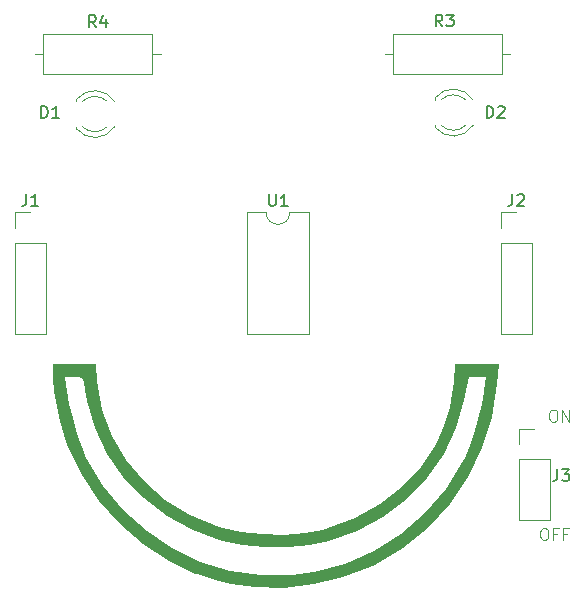
<source format=gbr>
%TF.GenerationSoftware,KiCad,Pcbnew,8.0.8*%
%TF.CreationDate,2025-02-18T10:54:12-06:00*%
%TF.ProjectId,ATTinyFlashLEDs_noSwitch,41545469-6e79-4466-9c61-73684c454473,rev?*%
%TF.SameCoordinates,Original*%
%TF.FileFunction,Legend,Top*%
%TF.FilePolarity,Positive*%
%FSLAX46Y46*%
G04 Gerber Fmt 4.6, Leading zero omitted, Abs format (unit mm)*
G04 Created by KiCad (PCBNEW 8.0.8) date 2025-02-18 10:54:12*
%MOMM*%
%LPD*%
G01*
G04 APERTURE LIST*
%ADD10C,0.100000*%
%ADD11C,0.150000*%
%ADD12C,0.120000*%
%ADD13C,0.000000*%
G04 APERTURE END LIST*
D10*
X141972360Y-111521419D02*
X142162836Y-111521419D01*
X142162836Y-111521419D02*
X142258074Y-111569038D01*
X142258074Y-111569038D02*
X142353312Y-111664276D01*
X142353312Y-111664276D02*
X142400931Y-111854752D01*
X142400931Y-111854752D02*
X142400931Y-112188085D01*
X142400931Y-112188085D02*
X142353312Y-112378561D01*
X142353312Y-112378561D02*
X142258074Y-112473800D01*
X142258074Y-112473800D02*
X142162836Y-112521419D01*
X142162836Y-112521419D02*
X141972360Y-112521419D01*
X141972360Y-112521419D02*
X141877122Y-112473800D01*
X141877122Y-112473800D02*
X141781884Y-112378561D01*
X141781884Y-112378561D02*
X141734265Y-112188085D01*
X141734265Y-112188085D02*
X141734265Y-111854752D01*
X141734265Y-111854752D02*
X141781884Y-111664276D01*
X141781884Y-111664276D02*
X141877122Y-111569038D01*
X141877122Y-111569038D02*
X141972360Y-111521419D01*
X143162836Y-111997609D02*
X142829503Y-111997609D01*
X142829503Y-112521419D02*
X142829503Y-111521419D01*
X142829503Y-111521419D02*
X143305693Y-111521419D01*
X144019979Y-111997609D02*
X143686646Y-111997609D01*
X143686646Y-112521419D02*
X143686646Y-111521419D01*
X143686646Y-111521419D02*
X144162836Y-111521419D01*
X142734360Y-101488419D02*
X142924836Y-101488419D01*
X142924836Y-101488419D02*
X143020074Y-101536038D01*
X143020074Y-101536038D02*
X143115312Y-101631276D01*
X143115312Y-101631276D02*
X143162931Y-101821752D01*
X143162931Y-101821752D02*
X143162931Y-102155085D01*
X143162931Y-102155085D02*
X143115312Y-102345561D01*
X143115312Y-102345561D02*
X143020074Y-102440800D01*
X143020074Y-102440800D02*
X142924836Y-102488419D01*
X142924836Y-102488419D02*
X142734360Y-102488419D01*
X142734360Y-102488419D02*
X142639122Y-102440800D01*
X142639122Y-102440800D02*
X142543884Y-102345561D01*
X142543884Y-102345561D02*
X142496265Y-102155085D01*
X142496265Y-102155085D02*
X142496265Y-101821752D01*
X142496265Y-101821752D02*
X142543884Y-101631276D01*
X142543884Y-101631276D02*
X142639122Y-101536038D01*
X142639122Y-101536038D02*
X142734360Y-101488419D01*
X143591503Y-102488419D02*
X143591503Y-101488419D01*
X143591503Y-101488419D02*
X144162931Y-102488419D01*
X144162931Y-102488419D02*
X144162931Y-101488419D01*
D11*
X118755095Y-83240819D02*
X118755095Y-84050342D01*
X118755095Y-84050342D02*
X118802714Y-84145580D01*
X118802714Y-84145580D02*
X118850333Y-84193200D01*
X118850333Y-84193200D02*
X118945571Y-84240819D01*
X118945571Y-84240819D02*
X119136047Y-84240819D01*
X119136047Y-84240819D02*
X119231285Y-84193200D01*
X119231285Y-84193200D02*
X119278904Y-84145580D01*
X119278904Y-84145580D02*
X119326523Y-84050342D01*
X119326523Y-84050342D02*
X119326523Y-83240819D01*
X120326523Y-84240819D02*
X119755095Y-84240819D01*
X120040809Y-84240819D02*
X120040809Y-83240819D01*
X120040809Y-83240819D02*
X119945571Y-83383676D01*
X119945571Y-83383676D02*
X119850333Y-83478914D01*
X119850333Y-83478914D02*
X119755095Y-83526533D01*
X98218666Y-83230819D02*
X98218666Y-83945104D01*
X98218666Y-83945104D02*
X98171047Y-84087961D01*
X98171047Y-84087961D02*
X98075809Y-84183200D01*
X98075809Y-84183200D02*
X97932952Y-84230819D01*
X97932952Y-84230819D02*
X97837714Y-84230819D01*
X99218666Y-84230819D02*
X98647238Y-84230819D01*
X98932952Y-84230819D02*
X98932952Y-83230819D01*
X98932952Y-83230819D02*
X98837714Y-83373676D01*
X98837714Y-83373676D02*
X98742476Y-83468914D01*
X98742476Y-83468914D02*
X98647238Y-83516533D01*
X104100333Y-69108819D02*
X103767000Y-68632628D01*
X103528905Y-69108819D02*
X103528905Y-68108819D01*
X103528905Y-68108819D02*
X103909857Y-68108819D01*
X103909857Y-68108819D02*
X104005095Y-68156438D01*
X104005095Y-68156438D02*
X104052714Y-68204057D01*
X104052714Y-68204057D02*
X104100333Y-68299295D01*
X104100333Y-68299295D02*
X104100333Y-68442152D01*
X104100333Y-68442152D02*
X104052714Y-68537390D01*
X104052714Y-68537390D02*
X104005095Y-68585009D01*
X104005095Y-68585009D02*
X103909857Y-68632628D01*
X103909857Y-68632628D02*
X103528905Y-68632628D01*
X104957476Y-68442152D02*
X104957476Y-69108819D01*
X104719381Y-68061200D02*
X104481286Y-68775485D01*
X104481286Y-68775485D02*
X105100333Y-68775485D01*
X137183905Y-76781819D02*
X137183905Y-75781819D01*
X137183905Y-75781819D02*
X137422000Y-75781819D01*
X137422000Y-75781819D02*
X137564857Y-75829438D01*
X137564857Y-75829438D02*
X137660095Y-75924676D01*
X137660095Y-75924676D02*
X137707714Y-76019914D01*
X137707714Y-76019914D02*
X137755333Y-76210390D01*
X137755333Y-76210390D02*
X137755333Y-76353247D01*
X137755333Y-76353247D02*
X137707714Y-76543723D01*
X137707714Y-76543723D02*
X137660095Y-76638961D01*
X137660095Y-76638961D02*
X137564857Y-76734200D01*
X137564857Y-76734200D02*
X137422000Y-76781819D01*
X137422000Y-76781819D02*
X137183905Y-76781819D01*
X138136286Y-75877057D02*
X138183905Y-75829438D01*
X138183905Y-75829438D02*
X138279143Y-75781819D01*
X138279143Y-75781819D02*
X138517238Y-75781819D01*
X138517238Y-75781819D02*
X138612476Y-75829438D01*
X138612476Y-75829438D02*
X138660095Y-75877057D01*
X138660095Y-75877057D02*
X138707714Y-75972295D01*
X138707714Y-75972295D02*
X138707714Y-76067533D01*
X138707714Y-76067533D02*
X138660095Y-76210390D01*
X138660095Y-76210390D02*
X138088667Y-76781819D01*
X138088667Y-76781819D02*
X138707714Y-76781819D01*
X143176666Y-106515819D02*
X143176666Y-107230104D01*
X143176666Y-107230104D02*
X143129047Y-107372961D01*
X143129047Y-107372961D02*
X143033809Y-107468200D01*
X143033809Y-107468200D02*
X142890952Y-107515819D01*
X142890952Y-107515819D02*
X142795714Y-107515819D01*
X143557619Y-106515819D02*
X144176666Y-106515819D01*
X144176666Y-106515819D02*
X143843333Y-106896771D01*
X143843333Y-106896771D02*
X143986190Y-106896771D01*
X143986190Y-106896771D02*
X144081428Y-106944390D01*
X144081428Y-106944390D02*
X144129047Y-106992009D01*
X144129047Y-106992009D02*
X144176666Y-107087247D01*
X144176666Y-107087247D02*
X144176666Y-107325342D01*
X144176666Y-107325342D02*
X144129047Y-107420580D01*
X144129047Y-107420580D02*
X144081428Y-107468200D01*
X144081428Y-107468200D02*
X143986190Y-107515819D01*
X143986190Y-107515819D02*
X143700476Y-107515819D01*
X143700476Y-107515819D02*
X143605238Y-107468200D01*
X143605238Y-107468200D02*
X143557619Y-107420580D01*
X99464905Y-76781819D02*
X99464905Y-75781819D01*
X99464905Y-75781819D02*
X99703000Y-75781819D01*
X99703000Y-75781819D02*
X99845857Y-75829438D01*
X99845857Y-75829438D02*
X99941095Y-75924676D01*
X99941095Y-75924676D02*
X99988714Y-76019914D01*
X99988714Y-76019914D02*
X100036333Y-76210390D01*
X100036333Y-76210390D02*
X100036333Y-76353247D01*
X100036333Y-76353247D02*
X99988714Y-76543723D01*
X99988714Y-76543723D02*
X99941095Y-76638961D01*
X99941095Y-76638961D02*
X99845857Y-76734200D01*
X99845857Y-76734200D02*
X99703000Y-76781819D01*
X99703000Y-76781819D02*
X99464905Y-76781819D01*
X100988714Y-76781819D02*
X100417286Y-76781819D01*
X100703000Y-76781819D02*
X100703000Y-75781819D01*
X100703000Y-75781819D02*
X100607762Y-75924676D01*
X100607762Y-75924676D02*
X100512524Y-76019914D01*
X100512524Y-76019914D02*
X100417286Y-76067533D01*
X139366666Y-83240819D02*
X139366666Y-83955104D01*
X139366666Y-83955104D02*
X139319047Y-84097961D01*
X139319047Y-84097961D02*
X139223809Y-84193200D01*
X139223809Y-84193200D02*
X139080952Y-84240819D01*
X139080952Y-84240819D02*
X138985714Y-84240819D01*
X139795238Y-83336057D02*
X139842857Y-83288438D01*
X139842857Y-83288438D02*
X139938095Y-83240819D01*
X139938095Y-83240819D02*
X140176190Y-83240819D01*
X140176190Y-83240819D02*
X140271428Y-83288438D01*
X140271428Y-83288438D02*
X140319047Y-83336057D01*
X140319047Y-83336057D02*
X140366666Y-83431295D01*
X140366666Y-83431295D02*
X140366666Y-83526533D01*
X140366666Y-83526533D02*
X140319047Y-83669390D01*
X140319047Y-83669390D02*
X139747619Y-84240819D01*
X139747619Y-84240819D02*
X140366666Y-84240819D01*
X133437333Y-69034819D02*
X133104000Y-68558628D01*
X132865905Y-69034819D02*
X132865905Y-68034819D01*
X132865905Y-68034819D02*
X133246857Y-68034819D01*
X133246857Y-68034819D02*
X133342095Y-68082438D01*
X133342095Y-68082438D02*
X133389714Y-68130057D01*
X133389714Y-68130057D02*
X133437333Y-68225295D01*
X133437333Y-68225295D02*
X133437333Y-68368152D01*
X133437333Y-68368152D02*
X133389714Y-68463390D01*
X133389714Y-68463390D02*
X133342095Y-68511009D01*
X133342095Y-68511009D02*
X133246857Y-68558628D01*
X133246857Y-68558628D02*
X132865905Y-68558628D01*
X133770667Y-68034819D02*
X134389714Y-68034819D01*
X134389714Y-68034819D02*
X134056381Y-68415771D01*
X134056381Y-68415771D02*
X134199238Y-68415771D01*
X134199238Y-68415771D02*
X134294476Y-68463390D01*
X134294476Y-68463390D02*
X134342095Y-68511009D01*
X134342095Y-68511009D02*
X134389714Y-68606247D01*
X134389714Y-68606247D02*
X134389714Y-68844342D01*
X134389714Y-68844342D02*
X134342095Y-68939580D01*
X134342095Y-68939580D02*
X134294476Y-68987200D01*
X134294476Y-68987200D02*
X134199238Y-69034819D01*
X134199238Y-69034819D02*
X133913524Y-69034819D01*
X133913524Y-69034819D02*
X133818286Y-68987200D01*
X133818286Y-68987200D02*
X133770667Y-68939580D01*
D12*
%TO.C,U1*%
X116867000Y-84786000D02*
X116867000Y-95066000D01*
X116867000Y-95066000D02*
X122167000Y-95066000D01*
X118517000Y-84786000D02*
X116867000Y-84786000D01*
X122167000Y-84786000D02*
X120517000Y-84786000D01*
X122167000Y-95066000D02*
X122167000Y-84786000D01*
X120517000Y-84786000D02*
G75*
G02*
X118517000Y-84786000I-1000000J0D01*
G01*
D13*
%TO.C,G\u002A\u002A\u002A*%
G36*
X104211548Y-99092372D02*
G01*
X104641961Y-101480829D01*
X105456533Y-103702941D01*
X106632789Y-105732554D01*
X108148258Y-107543516D01*
X109980466Y-109109675D01*
X112106941Y-110404879D01*
X114505209Y-111402975D01*
X114898407Y-111528966D01*
X116400372Y-111860188D01*
X118150768Y-112035854D01*
X119997116Y-112055966D01*
X121786939Y-111920522D01*
X123367758Y-111629523D01*
X123723831Y-111528966D01*
X126019060Y-110635402D01*
X128133875Y-109443299D01*
X130011726Y-107997178D01*
X131596060Y-106341558D01*
X132830330Y-104520958D01*
X132978146Y-104243463D01*
X133569967Y-102850710D01*
X134051932Y-101251840D01*
X134362162Y-99664967D01*
X134417177Y-99170992D01*
X134549714Y-97623513D01*
X136379694Y-97623513D01*
X138209674Y-97623513D01*
X138078150Y-99277714D01*
X137648609Y-102064405D01*
X136828281Y-104710694D01*
X135640880Y-107182309D01*
X134110126Y-109444972D01*
X132259734Y-111464408D01*
X130113421Y-113206343D01*
X127694905Y-114636500D01*
X127328077Y-114813587D01*
X125044585Y-115686791D01*
X122583911Y-116270448D01*
X120058535Y-116551177D01*
X117580935Y-116515601D01*
X115544170Y-116215260D01*
X114518471Y-115966620D01*
X113482929Y-115677980D01*
X112637354Y-115405623D01*
X112530611Y-115366401D01*
X110266012Y-114299069D01*
X108106633Y-112870711D01*
X106116326Y-111144645D01*
X104358940Y-109184190D01*
X102898328Y-107052665D01*
X101798339Y-104813387D01*
X101741455Y-104667210D01*
X101409002Y-103657117D01*
X101087912Y-102435769D01*
X100807749Y-101144401D01*
X100598078Y-99924246D01*
X100488465Y-98916538D01*
X100480972Y-98690740D01*
X101521667Y-98690740D01*
X101671978Y-99918051D01*
X101855765Y-100981647D01*
X102152407Y-102227153D01*
X102518872Y-103505043D01*
X102912129Y-104665790D01*
X103289147Y-105559869D01*
X103304209Y-105589797D01*
X104721977Y-107934251D01*
X106433403Y-110000859D01*
X108399795Y-111770270D01*
X110582461Y-113223138D01*
X112942708Y-114340112D01*
X115441843Y-115101845D01*
X118041173Y-115488987D01*
X120702007Y-115482191D01*
X122585692Y-115231697D01*
X125208730Y-114525666D01*
X127671576Y-113438219D01*
X129938091Y-111996724D01*
X131972132Y-110228550D01*
X133737559Y-108161067D01*
X135198233Y-105821641D01*
X135318029Y-105589797D01*
X135694289Y-104710339D01*
X136089933Y-103558158D01*
X136461542Y-102282853D01*
X136765695Y-101034025D01*
X136958974Y-99961273D01*
X136964829Y-99915884D01*
X137119198Y-98690740D01*
X136385948Y-98690740D01*
X135652698Y-98690740D01*
X135283058Y-100629636D01*
X134612651Y-103035878D01*
X133568052Y-105258122D01*
X132175609Y-107268853D01*
X130461672Y-109040557D01*
X128452591Y-110545719D01*
X126174715Y-111756824D01*
X123819278Y-112600488D01*
X122199226Y-112929149D01*
X120338393Y-113095796D01*
X118394296Y-113100430D01*
X116524453Y-112943049D01*
X114886382Y-112623655D01*
X114802961Y-112600488D01*
X112354562Y-111705734D01*
X110123053Y-110486184D01*
X108139870Y-108976395D01*
X106436455Y-107210922D01*
X105044244Y-105224320D01*
X103994678Y-103051145D01*
X103319195Y-100725954D01*
X103167349Y-99811328D01*
X103067986Y-99161528D01*
X102936559Y-98829044D01*
X102687959Y-98707557D01*
X102270346Y-98690740D01*
X101521667Y-98690740D01*
X100480972Y-98690740D01*
X100479201Y-98637378D01*
X100476373Y-97623513D01*
X102275124Y-97623513D01*
X104073875Y-97623513D01*
X104211548Y-99092372D01*
G37*
D12*
%TO.C,J1*%
X97222000Y-84776000D02*
X98552000Y-84776000D01*
X97222000Y-86106000D02*
X97222000Y-84776000D01*
X97222000Y-87376000D02*
X97222000Y-95056000D01*
X97222000Y-87376000D02*
X99882000Y-87376000D01*
X97222000Y-95056000D02*
X99882000Y-95056000D01*
X99882000Y-87376000D02*
X99882000Y-95056000D01*
%TO.C,R4*%
X98957000Y-71374000D02*
X99647000Y-71374000D01*
X99647000Y-69654000D02*
X99647000Y-73094000D01*
X99647000Y-73094000D02*
X108887000Y-73094000D01*
X108887000Y-69654000D02*
X99647000Y-69654000D01*
X108887000Y-73094000D02*
X108887000Y-69654000D01*
X109577000Y-71374000D02*
X108887000Y-71374000D01*
%TO.C,D2*%
X132806000Y-75091000D02*
X132806000Y-75247000D01*
X132806000Y-77407000D02*
X132806000Y-77563000D01*
X132806000Y-75091484D02*
G75*
G02*
X136037397Y-75246939I1560000J-1235516D01*
G01*
X133325039Y-75247000D02*
G75*
G02*
X135406910Y-75246951I1040961J-1080000D01*
G01*
X135406910Y-77407049D02*
G75*
G02*
X133325039Y-77407000I-1040910J1080049D01*
G01*
X136037397Y-77407061D02*
G75*
G02*
X132806000Y-77562516I-1671397J1080061D01*
G01*
%TO.C,J3*%
X139894000Y-103079000D02*
X141224000Y-103079000D01*
X139894000Y-104409000D02*
X139894000Y-103079000D01*
X139894000Y-105679000D02*
X139894000Y-110819000D01*
X139894000Y-105679000D02*
X142554000Y-105679000D01*
X139894000Y-110819000D02*
X142554000Y-110819000D01*
X142554000Y-105679000D02*
X142554000Y-110819000D01*
%TO.C,D1*%
X102453000Y-75218000D02*
X102453000Y-75374000D01*
X102453000Y-77534000D02*
X102453000Y-77690000D01*
X102453000Y-75218484D02*
G75*
G02*
X105684397Y-75373939I1560000J-1235516D01*
G01*
X102972039Y-75374000D02*
G75*
G02*
X105053910Y-75373951I1040961J-1080000D01*
G01*
X105053910Y-77534049D02*
G75*
G02*
X102972039Y-77534000I-1040910J1080049D01*
G01*
X105684397Y-77534061D02*
G75*
G02*
X102453000Y-77689516I-1671397J1080061D01*
G01*
%TO.C,J2*%
X138370000Y-84786000D02*
X139700000Y-84786000D01*
X138370000Y-86116000D02*
X138370000Y-84786000D01*
X138370000Y-87386000D02*
X138370000Y-95066000D01*
X138370000Y-87386000D02*
X141030000Y-87386000D01*
X138370000Y-95066000D02*
X141030000Y-95066000D01*
X141030000Y-87386000D02*
X141030000Y-95066000D01*
%TO.C,R3*%
X128548000Y-71374000D02*
X129238000Y-71374000D01*
X129238000Y-69654000D02*
X129238000Y-73094000D01*
X129238000Y-73094000D02*
X138478000Y-73094000D01*
X138478000Y-69654000D02*
X129238000Y-69654000D01*
X138478000Y-73094000D02*
X138478000Y-69654000D01*
X139168000Y-71374000D02*
X138478000Y-71374000D01*
%TD*%
M02*

</source>
